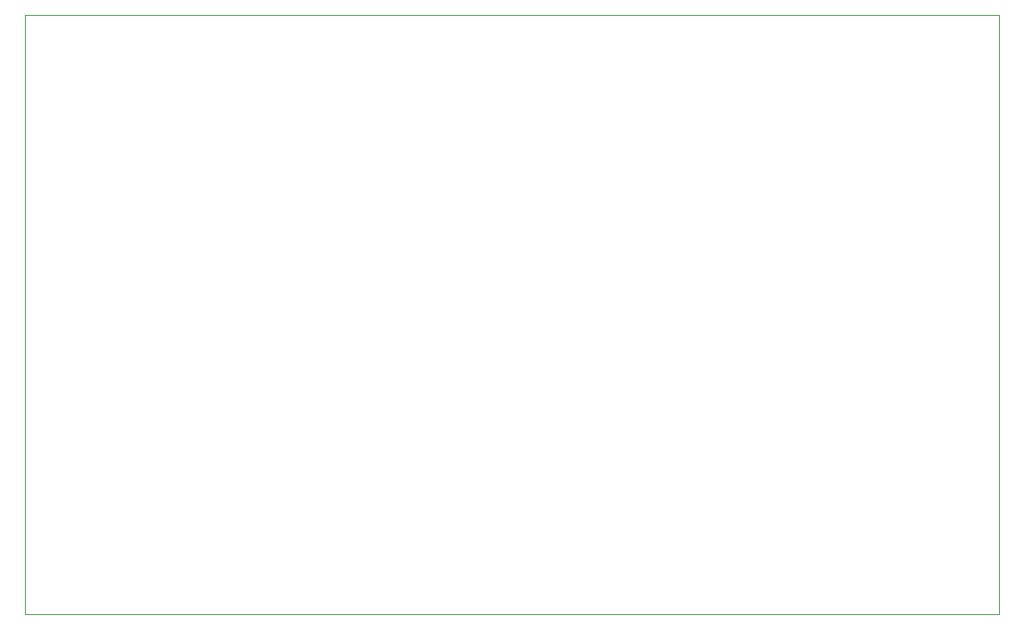
<source format=gm1>
G04 #@! TF.GenerationSoftware,KiCad,Pcbnew,6.0.11-2627ca5db0~126~ubuntu22.04.1*
G04 #@! TF.CreationDate,2025-05-31T21:30:08-06:00*
G04 #@! TF.ProjectId,snd-defect,736e642d-6465-4666-9563-742e6b696361,rev?*
G04 #@! TF.SameCoordinates,Original*
G04 #@! TF.FileFunction,Profile,NP*
%FSLAX46Y46*%
G04 Gerber Fmt 4.6, Leading zero omitted, Abs format (unit mm)*
G04 Created by KiCad (PCBNEW 6.0.11-2627ca5db0~126~ubuntu22.04.1) date 2025-05-31 21:30:08*
%MOMM*%
%LPD*%
G01*
G04 APERTURE LIST*
G04 #@! TA.AperFunction,Profile*
%ADD10C,0.100000*%
G04 #@! TD*
G04 APERTURE END LIST*
D10*
X50800000Y-111760000D02*
X149860000Y-111760000D01*
X50800000Y-50800000D02*
X149860000Y-50800000D01*
X149860000Y-50800000D02*
X149860000Y-111760000D01*
X50800000Y-111760000D02*
X50800000Y-50800000D01*
M02*

</source>
